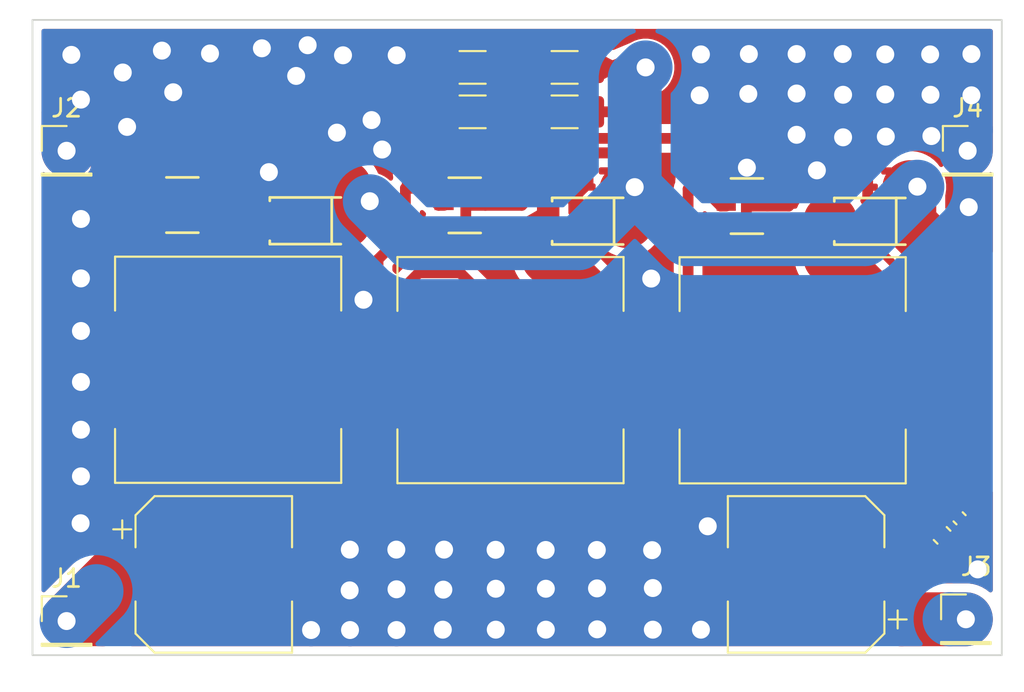
<source format=kicad_pcb>
(kicad_pcb (version 20241229) (generator "pcbnew") (generator_version "9.0")
  (layers (0 "F.Cu" signal) (2 "B.Cu" signal) (13 "F.Paste" user) (15 "B.Paste" user) (5 "F.SilkS" user "F.Silkscreen") (7 "B.SilkS" user "B.Silkscreen") (1 "F.Mask" user) (3 "B.Mask" user) (25 "Edge.Cuts" user))
  (net 0 "")
  (net 1 "VCC")
  (net 2 "GND")
  (net 3 "+5V")
  (net 4 "/SW.1")
  (net 5 "/SW.2")
  (net 6 "/SW.3")
  (net 7 "Net-(R1-Pad2)")
  (net 9 "/FB")
  (net 10 "Net-(R3-Pad2)")
  (footprint "Capacitor_SMD:C_0201_0603Metric_Pad0.64x0.40mm_HandSolder" (layer "F.Cu") (at 50.3625 21.52 180)
    (property "Reference" "C11" (hide yes))
    (property "Value" "0.1uF" (hide yes))
    (pad "1" smd roundrect (at -0.4075 0 180) (size 0.635 0.4) (layers "F.Cu" "F.Mask") (net 3 "+5V"))
    (pad "2" smd roundrect (at 0.4075 0 180) (size 0.635 0.4) (layers "F.Cu" "F.Mask") (net 2 "GND"))
  )
  (footprint "EasyEDA:SOT-23-6_L2.9-W1.6-P0.95-LS2.8-BL" (layer "F.Cu") (at 58.7 22.58 90)
    (property "Reference" "U3" (hide yes))
    (property "Value" "MT3608" (hide yes))
    (fp_line (start 1.54 0.89) (end 1.54 -0.89) (stroke (width 0.15)) (layer "F.SilkS"))
    (fp_line (start -1.54 0.89) (end -1.54 -0.89) (stroke (width 0.15)) (layer "F.SilkS"))
    (pad "1" smd rect (at -0.95 1.15 90) (size 0.53 1.07) (layers "F.Cu" "F.Mask" "F.Paste") (net 6 "/SW.3"))
    (pad "2" smd rect (at 0 1.15 90) (size 0.53 1.07) (layers "F.Cu" "F.Mask" "F.Paste") (net 2 "GND"))
    (pad "3" smd rect (at 0.95 1.15 90) (size 0.53 1.07) (layers "F.Cu" "F.Mask" "F.Paste") (net 9 "/FB"))
    (pad "4" smd rect (at 0.95 -1.15 90) (size 0.53 1.07) (layers "F.Cu" "F.Mask" "F.Paste") (net 1 "VCC"))
    (pad "5" smd rect (at 0 -1.15 90) (size 0.53 1.07) (layers "F.Cu" "F.Mask" "F.Paste") (net 1 "VCC"))
    (pad "6" smd rect (at -0.95 -1.15 90) (size 0.53 1.07) (layers "F.Cu" "F.Mask" "F.Paste"))
  )
  (footprint "Capacitor_SMD:C_0201_0603Metric_Pad0.64x0.40mm_HandSolder" (layer "F.Cu") (at 50.3625 20.62 180)
    (property "Reference" "C12" (hide yes))
    (property "Value" "22uF" (hide yes))
    (pad "1" smd roundrect (at -0.4075 0 180) (size 0.635 0.4) (layers "F.Cu" "F.Mask") (net 3 "+5V"))
    (pad "2" smd roundrect (at 0.4075 0 180) (size 0.635 0.4) (layers "F.Cu" "F.Mask") (net 2 "GND"))
  )
  (footprint "Capacitor_SMD:C_0201_0603Metric_Pad0.64x0.40mm_HandSolder" (layer "F.Cu") (at 34.6 21.5 180)
    (property "Reference" "C6" (hide yes))
    (property "Value" "0.1uF" (hide yes))
    (pad "1" smd roundrect (at -0.4075 0 180) (size 0.635 0.4) (layers "F.Cu" "F.Mask") (net 3 "+5V"))
    (pad "2" smd roundrect (at 0.4075 0 180) (size 0.635 0.4) (layers "F.Cu" "F.Mask") (net 2 "GND"))
  )
  (footprint "Inductor_SMD:L_12x12mm_H8mm" (layer "F.Cu") (at 29.8 31.7)
    (property "Reference" "L1" (hide yes))
    (property "Value" "22uH" (hide yes))
    (fp_line (start -6.3 -6.3) (end 6.3 -6.3) (stroke (width 0.12)) (layer "F.SilkS"))
    (fp_line (start -6.3 -3.3) (end -6.3 -6.3) (stroke (width 0.12)) (layer "F.SilkS"))
    (fp_line (start -6.3 6.3) (end -6.3 3.3) (stroke (width 0.12)) (layer "F.SilkS"))
    (fp_line (start 6.3 -6.3) (end 6.3 -3.3) (stroke (width 0.12)) (layer "F.SilkS"))
    (fp_line (start 6.3 3.3) (end 6.3 6.3) (stroke (width 0.12)) (layer "F.SilkS"))
    (fp_line (start 6.3 6.3) (end -6.3 6.3) (stroke (width 0.12)) (layer "F.SilkS"))
    (pad "1" smd rect (at -4.95 0) (size 2.9 5.4) (layers "F.Cu" "F.Mask" "F.Paste") (net 1 "VCC"))
    (pad "2" smd rect (at 4.95 0) (size 2.9 5.4) (layers "F.Cu" "F.Mask" "F.Paste") (net 4 "/SW.1"))
  )
  (footprint "Capacitor_SMD:C_0201_0603Metric_Pad0.64x0.40mm_HandSolder" (layer "F.Cu") (at 34.6 20.6 180)
    (property "Reference" "C8" (hide yes))
    (property "Value" "22uF" (hide yes))
    (pad "1" smd roundrect (at -0.4075 0 180) (size 0.635 0.4) (layers "F.Cu" "F.Mask") (net 3 "+5V"))
    (pad "2" smd roundrect (at 0.4075 0 180) (size 0.635 0.4) (layers "F.Cu" "F.Mask") (net 2 "GND"))
  )
  (footprint "Capacitor_SMD:C_0201_0603Metric_Pad0.64x0.40mm_HandSolder" (layer "F.Cu") (at 23.9475 20.9675 90)
    (property "Reference" "C2" (hide yes))
    (property "Value" "22uF" (hide yes))
    (pad "1" smd roundrect (at -0.4075 0 90) (size 0.635 0.4) (layers "F.Cu" "F.Mask") (net 1 "VCC"))
    (pad "2" smd roundrect (at 0.4075 0 90) (size 0.635 0.4) (layers "F.Cu" "F.Mask") (net 2 "GND"))
  )
  (footprint "Capacitor_SMD:C_0201_0603Metric_Pad0.64x0.40mm_HandSolder" (layer "F.Cu") (at 66.0925 20.625 180)
    (property "Reference" "C16" (hide yes))
    (property "Value" "22uF" (hide yes))
    (pad "1" smd roundrect (at -0.4075 0 180) (size 0.635 0.4) (layers "F.Cu" "F.Mask") (net 3 "+5V"))
    (pad "2" smd roundrect (at 0.4075 0 180) (size 0.635 0.4) (layers "F.Cu" "F.Mask") (net 2 "GND"))
  )
  (footprint "Resistor_SMD:R_1206_3216Metric_Pad1.30x1.75mm_HandSolder" (layer "F.Cu") (at 43.42 17.33)
    (property "Reference" "R3" (hide yes))
    (property "Value" "10K" (hide yes))
    (fp_line (start -0.727064 -0.91) (end 0.727064 -0.91) (stroke (width 0.12)) (layer "F.SilkS"))
    (fp_line (start -0.727064 0.91) (end 0.727064 0.91) (stroke (width 0.12)) (layer "F.SilkS"))
    (pad "1" smd roundrect (at -1.55 0) (size 1.3 1.75) (layers "F.Cu" "F.Mask" "F.Paste") (roundrect_rratio 0.192308) (net 9 "/FB"))
    (pad "2" smd roundrect (at 1.55 0) (size 1.3 1.75) (layers "F.Cu" "F.Mask" "F.Paste") (roundrect_rratio 0.192308) (net 10 "Net-(R3-Pad2)"))
  )
  (footprint "Capacitor_SMD:C_0201_0603Metric_Pad0.64x0.40mm_HandSolder" (layer "F.Cu") (at 40.5775 20.985 90)
    (property "Reference" "C10" (hide yes))
    (property "Value" "0.1uF" (hide yes))
    (pad "1" smd roundrect (at -0.4075 0 90) (size 0.635 0.4) (layers "F.Cu" "F.Mask") (net 1 "VCC"))
    (pad "2" smd roundrect (at 0.4075 0 90) (size 0.635 0.4) (layers "F.Cu" "F.Mask") (net 2 "GND"))
  )
  (footprint "Capacitor_SMD:C_0201_0603Metric_Pad0.64x0.40mm_HandSolder" (layer "F.Cu") (at 24.8475 20.9675 90)
    (property "Reference" "C1" (hide yes))
    (property "Value" "0.1uF" (hide yes))
    (pad "1" smd roundrect (at -0.4075 0 90) (size 0.635 0.4) (layers "F.Cu" "F.Mask") (net 1 "VCC"))
    (pad "2" smd roundrect (at 0.4075 0 90) (size 0.635 0.4) (layers "F.Cu" "F.Mask") (net 2 "GND"))
  )
  (footprint "Connector_PinHeader_2.54mm:PinHeader_1x01_P2.54mm_Vertical" (layer "F.Cu") (at 71 19.5)
    (property "Reference" "J4" (at 0 -2.38 0) (layer "F.SilkS"))
    (property "Value" "VOUT-")
    (fp_line (start -1.38 -1.38) (end 0 -1.38) (stroke (width 0.12)) (layer "F.SilkS"))
    (fp_line (start -1.38 0) (end -1.38 -1.38) (stroke (width 0.12)) (layer "F.SilkS"))
    (fp_line (start -1.38 1.27) (end -1.38 1.38) (stroke (width 0.12)) (layer "F.SilkS"))
    (fp_line (start -1.38 1.27) (end 1.38 1.27) (stroke (width 0.12)) (layer "F.SilkS"))
    (fp_line (start -1.38 1.38) (end 1.38 1.38) (stroke (width 0.12)) (layer "F.SilkS"))
    (fp_line (start 1.38 1.27) (end 1.38 1.38) (stroke (width 0.12)) (layer "F.SilkS"))
    (pad "1" thru_hole rect (at 0 0) (size 1.7 1.7) (drill 1) (layers "*.Cu" "*.Mask") (net 2 "GND"))
  )
  (footprint "Inductor_SMD:L_12x12mm_H8mm" (layer "F.Cu") (at 45.53 31.72)
    (property "Reference" "L2" (hide yes))
    (property "Value" "22uH" (hide yes))
    (fp_line (start -6.3 -6.3) (end 6.3 -6.3) (stroke (width 0.12)) (layer "F.SilkS"))
    (fp_line (start -6.3 -3.3) (end -6.3 -6.3) (stroke (width 0.12)) (layer "F.SilkS"))
    (fp_line (start -6.3 6.3) (end -6.3 3.3) (stroke (width 0.12)) (layer "F.SilkS"))
    (fp_line (start 6.3 -6.3) (end 6.3 -3.3) (stroke (width 0.12)) (layer "F.SilkS"))
    (fp_line (start 6.3 3.3) (end 6.3 6.3) (stroke (width 0.12)) (layer "F.SilkS"))
    (fp_line (start 6.3 6.3) (end -6.3 6.3) (stroke (width 0.12)) (layer "F.SilkS"))
    (pad "1" smd rect (at -4.95 0) (size 2.9 5.4) (layers "F.Cu" "F.Mask" "F.Paste") (net 1 "VCC"))
    (pad "2" smd rect (at 4.95 0) (size 2.9 5.4) (layers "F.Cu" "F.Mask" "F.Paste") (net 5 "/SW.2"))
  )
  (footprint "Connector_PinHeader_2.54mm:PinHeader_1x01_P2.54mm_Vertical" (layer "F.Cu") (at 70.9 45.6)
    (property "Reference" "J3" (at 0.575 -2.93 0) (layer "F.SilkS"))
    (property "Value" "VOUT+")
    (fp_line (start -1.38 -1.38) (end 0 -1.38) (stroke (width 0.12)) (layer "F.SilkS"))
    (fp_line (start -1.38 0) (end -1.38 -1.38) (stroke (width 0.12)) (layer "F.SilkS"))
    (fp_line (start -1.38 1.27) (end -1.38 1.38) (stroke (width 0.12)) (layer "F.SilkS"))
    (fp_line (start -1.38 1.27) (end 1.38 1.27) (stroke (width 0.12)) (layer "F.SilkS"))
    (fp_line (start -1.38 1.38) (end 1.38 1.38) (stroke (width 0.12)) (layer "F.SilkS"))
    (fp_line (start 1.38 1.27) (end 1.38 1.38) (stroke (width 0.12)) (layer "F.SilkS"))
    (pad "1" thru_hole rect (at 0 0) (size 1.7 1.7) (drill 1) (layers "*.Cu" "*.Mask") (net 3 "+5V"))
  )
  (footprint "Capacitor_SMD:C_0603_1608Metric_Pad1.08x0.95mm_HandSolder" (layer "F.Cu") (at 69.575 40.925 -45)
    (property "Reference" "C5" (hide yes))
    (property "Value" "10uF" (hide yes))
    (fp_line (start -0.146267 0.51) (end 0.146267 0.51) (stroke (width 0.12)) (layer "F.SilkS"))
    (fp_line (start -0.146267 -0.51) (end 0.146267 -0.51) (stroke (width 0.12)) (layer "F.SilkS"))
    (pad "1" smd roundrect (at -0.862501 0 315) (size 1.075 0.95) (layers "F.Cu" "F.Mask" "F.Paste") (net 3 "+5V"))
    (pad "2" smd roundrect (at 0.862501 0 315) (size 1.075 0.95) (layers "F.Cu" "F.Mask" "F.Paste") (net 2 "GND"))
  )
  (footprint "Resistor_SMD:R_1206_3216Metric_Pad1.30x1.75mm_HandSolder" (layer "F.Cu") (at 48.545 17.33)
    (property "Reference" "R4" (hide yes))
    (property "Value" "5.1K" (hide yes))
    (fp_line (start -0.727064 -0.91) (end 0.727064 -0.91) (stroke (width 0.12)) (layer "F.SilkS"))
    (fp_line (start -0.727064 0.91) (end 0.727064 0.91) (stroke (width 0.12)) (layer "F.SilkS"))
    (pad "1" smd roundrect (at -1.55 0) (size 1.3 1.75) (layers "F.Cu" "F.Mask" "F.Paste") (roundrect_rratio 0.192308) (net 10 "Net-(R3-Pad2)"))
    (pad "2" smd roundrect (at 1.55 0) (size 1.3 1.75) (layers "F.Cu" "F.Mask" "F.Paste") (roundrect_rratio 0.192308) (net 2 "GND"))
  )
  (footprint "Capacitor_SMD:CP_Elec_8x10.5" (layer "F.Cu") (at 62 43.1 180)
    (property "Reference" "C3" (hide yes))
    (property "Value" "100uF" (hide yes))
    (fp_line (start 4.36 4.36) (end 4.36 1.51) (stroke (width 0.12)) (layer "F.SilkS"))
    (fp_line (start 4.36 -4.36) (end 4.36 -1.51) (stroke (width 0.12)) (layer "F.SilkS"))
    (fp_line (start -3.295563 4.36) (end 4.36 4.36) (stroke (width 0.12)) (layer "F.SilkS"))
    (fp_line (start -3.295563 -4.36) (end 4.36 -4.36) (stroke (width 0.12)) (layer "F.SilkS"))
    (fp_line (start -4.36 3.295563) (end -3.295563 4.36) (stroke (width 0.12)) (layer "F.SilkS"))
    (fp_line (start -4.36 3.295563) (end -4.36 1.51) (stroke (width 0.12)) (layer "F.SilkS"))
    (fp_line (start -4.36 -3.295563) (end -3.295563 -4.36) (stroke (width 0.12)) (layer "F.SilkS"))
    (fp_line (start -4.36 -3.295563) (end -4.36 -1.51) (stroke (width 0.12)) (layer "F.SilkS"))
    (fp_line (start -5.1 -3.01) (end -5.1 -2.01) (stroke (width 0.12)) (layer "F.SilkS"))
    (fp_line (start -5.6 -2.51) (end -4.6 -2.51) (stroke (width 0.12)) (layer "F.SilkS"))
    (pad "1" smd roundrect (at -3.7 0 180) (size 4.4 2.5) (layers "F.Cu" "F.Mask" "F.Paste") (roundrect_rratio 0.1) (net 3 "+5V"))
    (pad "2" smd roundrect (at 3.7 0 180) (size 4.4 2.5) (layers "F.Cu" "F.Mask" "F.Paste") (roundrect_rratio 0.1) (net 2 "GND"))
  )
  (footprint "EasyEDA:SOT-23-6_L2.9-W1.6-P0.95-LS2.8-BL" (layer "F.Cu") (at 42.98 22.54 90)
    (property "Reference" "U2" (hide yes))
    (property "Value" "MT3608" (hide yes))
    (fp_line (start 1.54 0.89) (end 1.54 -0.89) (stroke (width 0.15)) (layer "F.SilkS"))
    (fp_line (start -1.54 0.89) (end -1.54 -0.89) (stroke (width 0.15)) (layer "F.SilkS"))
    (pad "1" smd rect (at -0.95 1.15 90) (size 0.53 1.07) (layers "F.Cu" "F.Mask" "F.Paste") (net 5 "/SW.2"))
    (pad "2" smd rect (at 0 1.15 90) (size 0.53 1.07) (layers "F.Cu" "F.Mask" "F.Paste") (net 2 "GND"))
    (pad "3" smd rect (at 0.95 1.15 90) (size 0.53 1.07) (layers "F.Cu" "F.Mask" "F.Paste") (net 9 "/FB"))
    (pad "4" smd rect (at 0.95 -1.15 90) (size 0.53 1.07) (layers "F.Cu" "F.Mask" "F.Paste") (net 1 "VCC"))
    (pad "5" smd rect (at 0 -1.15 90) (size 0.53 1.07) (layers "F.Cu" "F.Mask" "F.Paste") (net 1 "VCC"))
    (pad "6" smd rect (at -0.95 -1.15 90) (size 0.53 1.07) (layers "F.Cu" "F.Mask" "F.Paste"))
  )
  (footprint "Resistor_SMD:R_1206_3216Metric_Pad1.30x1.75mm_HandSolder" (layer "F.Cu") (at 43.42 14.855 180)
    (property "Reference" "R2" (hide yes))
    (property "Value" "47K" (hide yes))
    (fp_line (start -0.727064 0.91) (end 0.727064 0.91) (stroke (width 0.12)) (layer "F.SilkS"))
    (fp_line (start -0.727064 -0.91) (end 0.727064 -0.91) (stroke (width 0.12)) (layer "F.SilkS"))
    (pad "1" smd roundrect (at -1.55 0 180) (size 1.3 1.75) (layers "F.Cu" "F.Mask" "F.Paste") (roundrect_rratio 0.192308) (net 7 "Net-(R1-Pad2)"))
    (pad "2" smd roundrect (at 1.55 0 180) (size 1.3 1.75) (layers "F.Cu" "F.Mask" "F.Paste") (roundrect_rratio 0.192308) (net 9 "/FB"))
  )
  (footprint "Capacitor_SMD:CP_Elec_8x10.5" (layer "F.Cu") (at 29 43.1)
    (property "Reference" "C9" (hide yes))
    (property "Value" "100uF")
    (fp_line (start -5.6 -2.51) (end -4.6 -2.51) (stroke (width 0.12)) (layer "F.SilkS"))
    (fp_line (start -5.1 -3.01) (end -5.1 -2.01) (stroke (width 0.12)) (layer "F.SilkS"))
    (fp_line (start -4.36 -3.295563) (end -4.36 -1.51) (stroke (width 0.12)) (layer "F.SilkS"))
    (fp_line (start -4.36 -3.295563) (end -3.295563 -4.36) (stroke (width 0.12)) (layer "F.SilkS"))
    (fp_line (start -4.36 3.295563) (end -4.36 1.51) (stroke (width 0.12)) (layer "F.SilkS"))
    (fp_line (start -4.36 3.295563) (end -3.295563 4.36) (stroke (width 0.12)) (layer "F.SilkS"))
    (fp_line (start -3.295563 -4.36) (end 4.36 -4.36) (stroke (width 0.12)) (layer "F.SilkS"))
    (fp_line (start -3.295563 4.36) (end 4.36 4.36) (stroke (width 0.12)) (layer "F.SilkS"))
    (fp_line (start 4.36 -4.36) (end 4.36 -1.51) (stroke (width 0.12)) (layer "F.SilkS"))
    (fp_line (start 4.36 4.36) (end 4.36 1.51) (stroke (width 0.12)) (layer "F.SilkS"))
    (pad "1" smd roundrect (at -3.7 0) (size 4.4 2.5) (layers "F.Cu" "F.Mask" "F.Paste") (roundrect_rratio 0.1) (net 1 "VCC"))
    (pad "2" smd roundrect (at 3.7 0) (size 4.4 2.5) (layers "F.Cu" "F.Mask" "F.Paste") (roundrect_rratio 0.1) (net 2 "GND"))
  )
  (footprint "Capacitor_SMD:C_0201_0603Metric_Pad0.64x0.40mm_HandSolder" (layer "F.Cu") (at 56.3 21.025 90)
    (property "Reference" "C14" (hide yes))
    (property "Value" "0.1uF" (hide yes))
    (pad "1" smd roundrect (at -0.4075 0 90) (size 0.635 0.4) (layers "F.Cu" "F.Mask") (net 1 "VCC"))
    (pad "2" smd roundrect (at 0.4075 0 90) (size 0.635 0.4) (layers "F.Cu" "F.Mask") (net 2 "GND"))
  )
  (footprint "Inductor_SMD:L_12x12mm_H8mm" (layer "F.Cu") (at 61.25 31.73)
    (property "Reference" "L3" (hide yes))
    (property "Value" "22uH" (hide yes))
    (fp_line (start -6.3 -6.3) (end 6.3 -6.3) (stroke (width 0.12)) (layer "F.SilkS"))
    (fp_line (start -6.3 -3.3) (end -6.3 -6.3) (stroke (width 0.12)) (layer "F.SilkS"))
    (fp_line (start -6.3 6.3) (end -6.3 3.3) (stroke (width 0.12)) (layer "F.SilkS"))
    (fp_line (start 6.3 -6.3) (end 6.3 -3.3) (stroke (width 0.12)) (layer "F.SilkS"))
    (fp_line (start 6.3 3.3) (end 6.3 6.3) (stroke (width 0.12)) (layer "F.SilkS"))
    (fp_line (start 6.3 6.3) (end -6.3 6.3) (stroke (width 0.12)) (layer "F.SilkS"))
    (pad "1" smd rect (at -4.95 0) (size 2.9 5.4) (layers "F.Cu" "F.Mask" "F.Paste") (net 1 "VCC"))
    (pad "2" smd rect (at 4.95 0) (size 2.9 5.4) (layers "F.Cu" "F.Mask" "F.Paste") (net 6 "/SW.3"))
  )
  (footprint "Connector_PinHeader_2.54mm:PinHeader_1x01_P2.54mm_Vertical" (layer "F.Cu") (at 20.8 19.5)
    (property "Reference" "J2" (at 0 -2.38 0) (layer "F.SilkS"))
    (property "Value" "VIN-")
    (fp_line (start -1.38 -1.38) (end 0 -1.38) (stroke (width 0.12)) (layer "F.SilkS"))
    (fp_line (start -1.38 0) (end -1.38 -1.38) (stroke (width 0.12)) (layer "F.SilkS"))
    (fp_line (start -1.38 1.27) (end -1.38 1.38) (stroke (width 0.12)) (layer "F.SilkS"))
    (fp_line (start -1.38 1.27) (end 1.38 1.27) (stroke (width 0.12)) (layer "F.SilkS"))
    (fp_line (start -1.38 1.38) (end 1.38 1.38) (stroke (width 0.12)) (layer "F.SilkS"))
    (fp_line (start 1.38 1.27) (end 1.38 1.38) (stroke (width 0.12)) (layer "F.SilkS"))
    (pad "1" thru_hole rect (at 0 0) (size 1.7 1.7) (drill 1) (layers "*.Cu" "*.Mask") (net 2 "GND"))
  )
  (footprint "EasyEDA:SOD-128_L3.7-W2.5-LS4.7-RD" (layer "F.Cu") (at 49.83 23.42 180)
    (property "Reference" "D2" (hide yes))
    (property "Value" "PMEG3030EP,115" (hide yes))
    (fp_line (start 1.98 1.3) (end 1.98 1.11) (stroke (width 0.15)) (layer "F.SilkS"))
    (fp_line (start 1.98 -1.3) (end 1.98 -1.11) (stroke (width 0.15)) (layer "F.SilkS"))
    (fp_line (start -1.47 -1.3) (end -1.47 1.3) (stroke (width 0.15)) (layer "F.SilkS"))
    (fp_line (start -1.98 1.3) (end 1.98 1.3) (stroke (width 0.15)) (layer "F.SilkS"))
    (fp_line (start -1.98 -1.3) (end 1.98 -1.3) (stroke (width 0.15)) (layer "F.SilkS"))
    (pad "1" smd rect (at -2.2 0) (size 1.25 1.7) (layers "F.Cu" "F.Mask" "F.Paste") (net 3 "+5V"))
    (pad "2" smd rect (at 2.2 0) (size 1.25 1.7) (layers "F.Cu" "F.Mask" "F.Paste") (net 5 "/SW.2"))
  )
  (footprint "Capacitor_SMD:C_0402_1005Metric_Pad0.74x0.62mm_HandSolder" (layer "F.Cu") (at 70.55 39.975 -45)
    (property "Reference" "C4" (hide yes))
    (property "Value" "1uF" (hide yes))
    (fp_line (start -0.115835 0.36) (end 0.115835 0.36) (stroke (width 0.12)) (layer "F.SilkS"))
    (fp_line (start -0.115835 -0.36) (end 0.115835 -0.36) (stroke (width 0.12)) (layer "F.SilkS"))
    (pad "1" smd roundrect (at -0.5675 0 315) (size 0.735 0.62) (layers "F.Cu" "F.Mask" "F.Paste") (net 3 "+5V"))
    (pad "2" smd roundrect (at 0.5675 0 315) (size 0.735 0.62) (layers "F.Cu" "F.Mask" "F.Paste") (net 2 "GND"))
  )
  (footprint "Capacitor_SMD:C_0201_0603Metric_Pad0.64x0.40mm_HandSolder" (layer "F.Cu") (at 39.6775 20.985 90)
    (property "Reference" "C7" (hide yes))
    (property "Value" "22uF" (hide yes))
    (pad "1" smd roundrect (at -0.4075 0 90) (size 0.635 0.4) (layers "F.Cu" "F.Mask") (net 1 "VCC"))
    (pad "2" smd roundrect (at 0.4075 0 90) (size 0.635 0.4) (layers "F.Cu" "F.Mask") (net 2 "GND"))
  )
  (footprint "Connector_PinHeader_2.54mm:PinHeader_1x01_P2.54mm_Vertical" (layer "F.Cu") (at 20.8 45.7)
    (property "Reference" "J1" (at 0 -2.38 0) (layer "F.SilkS"))
    (property "Value" "VIN+")
    (fp_line (start -1.38 -1.38) (end 0 -1.38) (stroke (width 0.12)) (layer "F.SilkS"))
    (fp_line (start -1.38 0) (end -1.38 -1.38) (stroke (width 0.12)) (layer "F.SilkS"))
    (fp_line (start -1.38 1.27) (end -1.38 1.38) (stroke (width 0.12)) (layer "F.SilkS"))
    (fp_line (start -1.38 1.27) (end 1.38 1.27) (stroke (width 0.12)) (layer "F.SilkS"))
    (fp_line (start -1.38 1.38) (end 1.38 1.38) (stroke (width 0.12)) (layer "F.SilkS"))
    (fp_line (start 1.38 1.27) (end 1.38 1.38) (stroke (width 0.12)) (layer "F.SilkS"))
    (pad "1" thru_hole rect (at 0 0) (size 1.7 1.7) (drill 1) (layers "*.Cu" "*.Mask") (net 1 "VCC"))
  )
  (footprint "EasyEDA:SOT-23-6_L2.9-W1.6-P0.95-LS2.8-BL" (layer "F.Cu") (at 27.25 22.5225 90)
    (property "Reference" "U1" (hide yes))
    (property "Value" "MT3608" (hide yes))
    (fp_line (start 1.54 0.89) (end 1.54 -0.89) (stroke (width 0.15)) (layer "F.SilkS"))
    (fp_line (start -1.54 0.89) (end -1.54 -0.89) (stroke (width 0.15)) (layer "F.SilkS"))
    (pad "1" smd rect (at -0.95 1.15 90) (size 0.53 1.07) (layers "F.Cu" "F.Mask" "F.Paste") (net 4 "/SW.1") (clearance 0.2))
    (pad "2" smd rect (at 0 1.15 90) (size 0.53 1.07) (layers "F.Cu" "F.Mask" "F.Paste") (net 2 "GND") (clearance 0.2))
    (pad "3" smd rect (at 0.95 1.15 90) (size 0.53 1.07) (layers "F.Cu" "F.Mask" "F.Paste") (net 9 "/FB"))
    (pad "4" smd rect (at 0.95 -1.15 90) (size 0.53 1.07) (layers "F.Cu" "F.Mask" "F.Paste") (net 1 "VCC"))
    (pad "5" smd rect (at 0 -1.15 90) (size 0.53 1.07) (layers "F.Cu" "F.Mask" "F.Paste") (net 1 "VCC"))
    (pad "6" smd rect (at -0.95 -1.15 90) (size 0.53 1.07) (layers "F.Cu" "F.Mask" "F.Paste"))
  )
  (footprint "Capacitor_SMD:C_0201_0603Metric_Pad0.64x0.40mm_HandSolder" (layer "F.Cu") (at 66.0875 21.53 180)
    (property "Reference" "C15" (hide yes))
    (property "Value" "0.1uF" (hide yes))
    (pad "1" smd roundrect (at -0.4075 0 180) (size 0.635 0.4) (layers "F.Cu" "F.Mask") (net 3 "+5V"))
    (pad "2" smd roundrect (at 0.4075 0 180) (size 0.635 0.4) (layers "F.Cu" "F.Mask") (net 2 "GND"))
  )
  (footprint "EasyEDA:SOD-128_L3.7-W2.5-LS4.7-RD" (layer "F.Cu") (at 65.55 23.43 180)
    (property "Reference" "D3" (hide yes))
    (property "Value" "PMEG3030EP,115" (hide yes))
    (fp_line (start 1.98 1.3) (end 1.98 1.11) (stroke (width 0.15)) (layer "F.SilkS"))
    (fp_line (start 1.98 -1.3) (end 1.98 -1.11) (stroke (width 0.15)) (layer "F.SilkS"))
    (fp_line (start -1.47 -1.3) (end -1.47 1.3) (stroke (width 0.15)) (layer "F.SilkS"))
    (fp_line (start -1.98 1.3) (end 1.98 1.3) (stroke (width 0.15)) (layer "F.SilkS"))
    (fp_line (start -1.98 -1.3) (end 1.98 -1.3) (stroke (width 0.15)) (layer "F.SilkS"))
    (pad "1" smd rect (at -2.2 0) (size 1.25 1.7) (layers "F.Cu" "F.Mask" "F.Paste") (net 3 "+5V"))
    (pad "2" smd rect (at 2.2 0) (size 1.25 1.7) (layers "F.Cu" "F.Mask" "F.Paste") (net 6 "/SW.3"))
  )
  (footprint "EasyEDA:SOD-128_L3.7-W2.5-LS4.7-RD" (layer "F.Cu") (at 34.1 23.4 180)
    (property "Reference" "D1" (hide yes))
    (property "Value" "PMEG3030EP,115" (hide yes))
    (fp_line (start 1.98 1.3) (end 1.98 1.11) (stroke (width 0.15)) (layer "F.SilkS"))
    (fp_line (start 1.98 -1.3) (end 1.98 -1.11) (stroke (width 0.15)) (layer "F.SilkS"))
    (fp_line (start -1.47 -1.3) (end -1.47 1.3) (stroke (width 0.15)) (layer "F.SilkS"))
    (fp_line (start -1.98 1.3) (end 1.98 1.3) (stroke (width 0.15)) (layer "F.SilkS"))
    (fp_line (start -1.98 -1.3) (end 1.98 -1.3) (stroke (width 0.15)) (layer "F.SilkS"))
    (pad "1" smd rect (at -2.2 0) (size 1.25 1.7) (layers "F.Cu" "F.Mask" "F.Paste") (net 3 "+5V"))
    (pad "2" smd rect (at 2.2 0) (size 1.25 1.7) (layers "F.Cu" "F.Mask" "F.Paste") (net 4 "/SW.1"))
  )
  (footprint "Resistor_SMD:R_1206_3216Metric_Pad1.30x1.75mm_HandSolder" (layer "F.Cu") (at 48.545 14.855 180)
    (property "Reference" "R1" (hide yes))
    (property "Value" "62K" (hide yes))
    (fp_line (start -0.727064 0.91) (end 0.727064 0.91) (stroke (width 0.12)) (layer "F.SilkS"))
    (fp_line (start -0.727064 -0.91) (end 0.727064 -0.91) (stroke (width 0.12)) (layer "F.SilkS"))
    (pad "1" smd roundrect (at -1.55 0 180) (size 1.3 1.75) (layers "F.Cu" "F.Mask" "F.Paste") (roundrect_rratio 0.192308) (net 3 "+5V"))
    (pad "2" smd roundrect (at 1.55 0 180) (size 1.3 1.75) (layers "F.Cu" "F.Mask" "F.Paste") (roundrect_rratio 0.192308) (net 7 "Net-(R1-Pad2)"))
  )
  (footprint "Capacitor_SMD:C_0201_0603Metric_Pad0.64x0.40mm_HandSolder" (layer "F.Cu") (at 55.41 21.025 90)
    (property "Reference" "C13" (hide yes))
    (property "Value" "22uF" (hide yes))
    (pad "1" smd roundrect (at -0.4075 0 90) (size 0.635 0.4) (layers "F.Cu" "F.Mask") (net 1 "VCC"))
    (pad "2" smd roundrect (at 0.4075 0 90) (size 0.635 0.4) (layers "F.Cu" "F.Mask") (net 2 "GND"))
  )
  (gr_rect (start 18.9 12.21) (end 72.9 47.6) (stroke (width 0.1)) (fill no) (layer "Edge.Cuts"))
  (segment (start 55.425 27.165) (end 53.425 29.165) (width 0.6) (layer "F.Cu") (net 1))
  (segment (start 45.275 32.7) (end 45.275 31.55) (width 0.6) (layer "F.Cu") (net 1))
  (segment (start 23.95 25.35) (end 23.95 21.5725) (width 0.6) (layer "F.Cu") (net 1))
  (segment (start 53.425 29.165) (end 53.425 35.075) (width 0.6) (layer "F.Cu") (net 1))
  (segment (start 41.525 22.54) (end 40.575 21.59) (width 0.6) (layer "F.Cu") (net 1))
  (segment (start 31.55 35.825) (end 29.55 33.825) (width 0.6) (layer "F.Cu") (net 1))
  (segment (start 26.1 21.5725) (end 24.85 21.5725) (width 0.6) (layer "F.Cu") (net 1))
  (segment (start 57.55 21.63) (end 56.3 21.63) (width 0.6) (layer "F.Cu") (net 1))
  (segment (start 24.85 41.65) (end 20.901 45.599) (width 3) (layer "F.Cu") (net 1))
  (segment (start 40.58 36.92) (end 38.9 38.6) (width 3) (layer "F.Cu") (net 1))
  (segment (start 53.425 35.075) (end 52.675 35.825) (width 0.6) (layer "F.Cu") (net 1))
  (segment (start 40.585 27.54) (end 40.85 27.275) (width 0.6) (layer "F.Cu") (net 1))
  (segment (start 38.825 27.2) (end 38.15 26.525) (width 0.6) (layer "F.Cu") (net 1))
  (segment (start 39.675 24.025) (end 39.675 21.59) (width 0.6) (layer "F.Cu") (net 1))
  (segment (start 37.75 34.575) (end 36.5 35.825) (width 0.6) (layer "F.Cu") (net 1))
  (segment (start 25.125 26.525) (end 23.95 25.35) (width 0.6) (layer "F.Cu") (net 1))
  (segment (start 25.8 22.5225) (end 24.85 21.5725) (width 0.6) (layer "F.Cu") (net 1))
  (segment (start 45.275 31.55) (end 46.2 30.625) (width 0.6) (layer "F.Cu") (net 1))
  (segment (start 40.575 28.2) (end 39.25 28.2) (width 0.6) (layer "F.Cu") (net 1))
  (segment (start 39.25 28.2) (end 37.75 29.7) (width 0.6) (layer "F.Cu") (net 1))
  (segment (start 40.58 28.205) (end 40.575 28.2) (width 0.6) (layer "F.Cu") (net 1))
  (segment (start 56.3 36.8) (end 54.5 38.6) (width 3) (layer "F.Cu") (net 1))
  (segment (start 40.58 31.72) (end 40.58 36.92) (width 3) (layer "F.Cu") (net 1))
  (segment (start 40.425 26.3) (end 39.525 27.2) (width 0.6) (layer "F.Cu") (net 1))
  (segment (start 56.3 31.73) (end 56.3 36.8) (width 3) (layer "F.Cu") (net 1))
  (segment (start 46.2 29.775) (end 42.725 26.3) (width 0.6) (layer "F.Cu") (net 1))
  (segment (start 23.95 21.5725) (end 24.85 21.5725) (width 0.6) (layer "F.Cu") (net 1))
  (segment (start 46.15 34.275) (end 46.15 33.575) (width 0.6) (layer "F.Cu") (net 1))
  (segment (start 40.585 28.2) (end 40.585 27.54) (width 0.6) (layer "F.Cu") (net 1))
  (segment (start 40.58 31.755) (end 40.58 31.72) (width 0.6) (layer "F.Cu") (net 1))
  (segment (start 27.1 26.525) (end 25.125 26.525) (width 0.6) (layer "F.Cu") (net 1))
  (segment (start 37.75 29.7) (end 37.75 34.575) (width 0.6) (layer "F.Cu") (net 1))
  (segment (start 41.83 21.59) (end 40.575 21.59) (width 0.6) (layer "F.Cu") (net 1))
  (segment (start 42.325 27.275) (end 44.35 29.3) (width 0.6) (layer "F.Cu") (net 1))
  (segment (start 40.58 31.745) (end 40.58 31.72) (width 0.6) (layer "F.Cu") (net 1))
  (segment (start 46.2 30.625) (end 46.2 29.775) (width 0.6) (layer "F.Cu") (net 1))
  (segment (start 44.35 34.325) (end 44.875 34.85) (width 0.6) (layer "F.Cu") (net 1))
  (segment (start 38.15 26.525) (end 38.15 25.55) (width 0.6) (layer "F.Cu") (net 1))
  (segment (start 41.83 22.54) (end 41.525 22.54) (width 0.6) (layer "F.Cu") (net 1))
  (segment (start 40.85 27.275) (end 42.325 27.275) (width 0.6) (layer "F.Cu") (net 1))
  (segment (start 41.9 28.2) (end 40.585 28.2) (width 0.6) (layer "F.Cu") (net 1))
  (segment (start 44.875 34.85) (end 45.575 34.85) (width 0.6) (layer "F.Cu") (net 1))
  (segment (start 26.1 22.5225) (end 25.8 22.5225) (width 0.6) (layer "F.Cu") (net 1))
  (segment (start 39.525 27.2) (end 38.825 27.2) (width 0.6) (layer "F.Cu") (net 1))
  (segment (start 46.15 33.575) (end 45.275 32.7) (width 0.6) (layer "F.Cu") (net 1))
  (segment (start 54.5 38.6) (end 38.9 38.6) (width 3) (layer "F.Cu") (net 1))
  (segment (start 22.801 45.599) (end 20.901 45.599) (width 3) (layer "F.Cu") (net 1))
  (segment (start 38.15 25.55) (end 39.675 24.025) (width 0.6) (layer "F.Cu") (net 1))
  (segment (start 43.4 29.7) (end 41.9 28.2) (width 0.6) (layer "F.Cu") (net 1))
  (segment (start 38.9 38.6) (end 27.9 38.6) (width 3) (layer "F.Cu") (net 1))
  (segment (start 55.425 21.63) (end 55.425 27.165) (width 0.6) (layer "F.Cu") (net 1))
  (segment (start 57.55 22.58) (end 57.25 22.58) (width 0.6) (layer "F.Cu") (net 1))
  (segment (start 45.575 34.85) (end 46.15 34.275) (width 0.6) (layer "F.Cu") (net 1))
  (segment (start 52.675 35.825) (end 44.35 35.825) (width 0.6) (layer "F.Cu") (net 1))
  (segment (start 27.9 38.6) (end 20.901 45.599) (width 3) (layer "F.Cu") (net 1))
  (segment (start 40.585 28.2) (end 40.58 28.205) (width 0.6) (layer "F.Cu") (net 1))
  (segment (start 56.3 21.63) (end 55.425 21.63) (width 0.6) (layer "F.Cu") (net 1))
  (segment (start 43.4 34.875) (end 43.4 29.7) (width 0.6) (layer "F.Cu") (net 1))
  (segment (start 42.725 26.3) (end 40.425 26.3) (width 0.6) (layer "F.Cu") (net 1))
  (segment (start 24.85 31.7) (end 24.85 41.65) (width 3) (layer "F.Cu") (net 1))
  (segment (start 44.35 35.825) (end 43.4 34.875) (width 0.6) (layer "F.Cu") (net 1))
  (segment (start 29.55 28.975) (end 27.1 26.525) (width 0.6) (layer "F.Cu") (net 1))
  (segment (start 39.675 21.59) (end 40.575 21.59) (width 0.6) (layer "F.Cu") (net 1))
  (segment (start 36.5 35.825) (end 31.55 35.825) (width 0.6) (layer "F.Cu") (net 1))
  (segment (start 44.35 29.3) (end 44.35 34.325) (width 0.6) (layer "F.Cu") (net 1))
  (segment (start 29.55 33.825) (end 29.55 28.975) (width 0.6) (layer "F.Cu") (net 1))
  (segment (start 57.25 22.58) (end 56.3 21.63) (width 0.6) (layer "F.Cu") (net 1))
  (segment (start 40.58 31.72) (end 40.58 28.205) (width 0.6) (layer "F.Cu") (net 1))
  (segment (start 25.3 43.1) (end 22.801 45.599) (width 3) (layer "F.Cu") (net 1))
  (segment (start 20.8 45.7) (end 22.47 44.03) (width 3) (layer "B.Cu") (net 1))
  (segment (start 36.28 43.1) (end 36.58 42.8) (width 0.6) (layer "F.Cu") (net 2))
  (segment (start 58.38 20.12) (end 53.749 20.12) (width 0.6) (layer "F.Cu") (net 2))
  (segment (start 66.44 18.71) (end 65.43 19.72) (width 0.6) (layer "F.Cu") (net 2))
  (segment (start 22.93 20.36) (end 22.07 19.5) (width 0.6) (layer "F.Cu") (net 2))
  (segment (start 32.7 43.1) (end 32.7 45.54) (width 0.6) (layer "F.Cu") (net 2))
  (segment (start 26.4 19.91) (end 25.82 19.91) (width 0.6) (layer "F.Cu") (net 2))
  (segment (start 46.86 21.84) (end 48.7 21.84) (width 0.6) (layer "F.Cu") (net 2))
  (segment (start 35.36 18.49) (end 34.01 19.84) (width 0.6) (layer "F.Cu") (net 2))
  (segment (start 29.8675 22.5225) (end 28.4 22.5225) (width 0.6) (layer "F.Cu") (net 2))
  (segment (start 27.22 22.5225) (end 27.22 24.56) (width 0.6) (layer "F.Cu") (net 2))
  (segment (start 28.4 22.5225) (end 27.22 22.5225) (width 0.6) (layer "F.Cu") (net 2))
  (segment (start 38.38 19.43) (end 38.53 19.58) (width 0.6) (layer "F.Cu") (net 2))
  (segment (start 42.452 20.41) (end 43.04 20.998) (width 0.6) (layer "F.Cu") (net 2))
  (segment (start 65.43 19.73) (end 65.43 22.39) (width 0.6) (layer "F.Cu") (net 2))
  (segment (start 33.36 46.2) (end 34.42 46.2) (width 0.6) (layer "F.Cu") (net 2))
  (segment (start 49.851 20.091) (end 49.85 20.09) (width 0.6) (layer "F.Cu") (net 2))
  (segment (start 21.6 16.65) (end 20.901 17.349) (width 3) (layer "F.Cu") (net 2))
  (segment (start 58.3 43.1) (end 54.77 43.1) (width 0.6) (layer "F.Cu") (net 2))
  (segment (start 44.13 22.54) (end 43.28 22.54) (width 0.6) (layer "F.Cu") (net 2))
  (segment (start 43.04 24.42) (end 44.16 25.54) (width 0.6) (layer "F.Cu") (net 2))
  (segment (start 58.998 22.58) (end 58.7 22.282) (width 0.6) (layer "F.Cu") (net 2))
  (segment (start 27.22 24.56) (end 27.29 24.63) (width 0.6) (layer "F.Cu") (net 2))
  (segment (start 32.7 43.1) (end 36.28 43.1) (width 0.6) (layer "F.Cu") (net 2))
  (segment (start 50.095 17.33) (end 55.15 17.33) (width 0.6) (layer "F.Cu") (net 2))
  (segment (start 36.58 42.8) (end 36.58 41.72) (width 0.6) (layer "F.Cu") (net 2))
  (segment (start 58.3 45.37) (end 57.49 46.18) (width 0.6) (layer "F.Cu") (net 2))
  (segment (start 43.04 20.998) (end 43.04 22.3) (width 0.6) (layer "F.Cu") (net 2))
  (segment (start 68.93 16.38) (end 70.899 18.349) (width 3) (layer "F.Cu") (net 2))
  (segment (start 43.04 22.3) (end 43.04 24.42) (width 0.6) (layer "F.Cu") (net 2))
  (segment (start 46.16 22.54) (end 44.13 22.54) (width 0.6) (layer "F.Cu") (net 2))
  (segment (start 46.86 21.84) (end 46.16 22.54) (width 0.6) (layer "F.Cu") (net 2))
  (segment (start 59.85 22.58) (end 61.03 22.58) (width 0.6) (layer "F.Cu") (net 2))
  (segment (start 48.7 21.84) (end 49.33 21.84) (width 0.6) (layer "F.Cu") (net 2))
  (segment (start 70.899 18.349) (end 70.899 19.5) (width 3) (layer "F.Cu") (net 2))
  (segment (start 57.61 40.42) (end 56.52 40.42) (width 0.6) (layer "F.Cu") (net 2))
  (segment (start 38.53 20.05) (end 38.89 20.41) (width 0.6) (layer "F.Cu") (net 2))
  (segment (start 49.851 21.319) (end 49.851 20.091) (width 0.6) (layer "F.Cu") (net 2))
  (segment (start 58.3 43.1) (end 58.3 45.37) (width 0.6) (layer "F.Cu") (net 2))
  (segment (start 55.15 17.33) (end 56.07 16.41) (width 0.6) (layer "F.Cu") (net 2))
  (segment (start 57.49 46.18) (end 56.14 46.18) (width 0.6) (layer "F.Cu") (net 2))
  (segment (start 38.89 20.41) (end 42.452 20.41) (width 0.6) (layer "F.Cu") (net 2))
  (segment (start 58.3 43.1) (end 58.3 41.11) (width 0.6) (layer "F.Cu") (net 2))
  (segment (start 27.22 22.5225) (end 27.22 20.73) (width 0.6) (layer "F.Cu") (net 2))
  (segment (start 32.7 45.54) (end 33.36 46.2) (width 0.6) (layer "F.Cu") (net 2))
  (segment (start 53.24 19.611) (end 50.331 19.611) (width 0.6) (layer "F.Cu") (net 2))
  (segment (start 32.07 20.69) (end 31.7 20.69) (width 0.6) (layer "F.Cu") (net 2))
  (segment (start 58.7 20.44) (end 58.7 22.282) (width 0.6) (layer "F.Cu") (net 2))
  (segment (start 65.43 19.72) (end 65.43 19.73) (width 0.6) (layer "F.Cu") (net 2))
  (segment (start 62.6 21.01) (end 62.6 20.59) (width 0.6) (layer "F.Cu") (net 2))
  (segment (start 61.03 22.58) (end 62.6 21.01) (width 0.6) (layer "F.Cu") (net 2))
  (segment (start 35.86 18.49) (end 35.36 18.49) (width 0.6) (layer "F.Cu") (net 2))
  (segment (start 58.67 22.312) (end 58.67 24.72) (width 0.6) (layer "F.Cu") (net 2))
  (segment (start 58.7 22.282) (end 58.67 22.312) (width 0.6) (layer "F.Cu") (net 2))
  (segment (start 49.61 21.56) (end 49.851 21.319) (width 0.6) (layer "F.Cu") (net 2))
  (segment (start 53.749 20.12) (end 53.24 19.611) (width 0.6) (layer "F.Cu") (net 2))
  (segment (start 25.37 20.36) (end 22.93 20.36) (width 0.6) (layer "F.Cu") (net 2))
  (segment (start 50.331 19.611) (end 49.851 20.091) (width 0.6) (layer "F.Cu") (net 2))
  (segment (start 49.33 21.84) (end 49.61 21.56) (width 0.6) (layer "F.Cu") (net 2))
  (segment (start 58.3 41.11) (end 57.61 40.42) (width 0.6) (layer "F.Cu") (net 2))
  (segment (start 27.22 20.73) (end 26.4 19.91) (width 0.6) (layer "F.Cu") (net 2))
  (segment (start 34.01 19.84) (end 34.01 21.85) (width 0.6) (layer "F.Cu") (net 2))
  (segment (start 25.82 19.91) (end 25.37 20.36) (width 0.6) (layer "F.Cu") (net 2))
  (segment (start 54.77 43.1) (end 53.42 41.75) (width 0.6) (layer "F.Cu") (net 2))
  (segment (start 22.07 19.5) (end 20.8 19.5) (width 0.6) (layer "F.Cu") (net 2))
  (segment (start 43.28 22.54) (end 43.04 22.3) (width 0.6) (layer "F.Cu") (net 2))
  (segment (start 31.7 20.69) (end 29.8675 22.5225) (width 0.6) (layer "F.Cu") (net 2))
  (segment (start 20.901 17.349) (end 20.901 19.5) (width 3) (layer "F.Cu") (net 2))
  (segment (start 59.85 22.58) (end 58.998 22.58) (width 0.6) (layer "F.Cu") (net 2))
  (segment (start 38.53 19.58) (end 38.53 20.05) (width 0.6) (layer "F.Cu") (net 2))
  (via (at 21.58 40.25) (size 1.8) (drill 1) (layers "F.Cu" "B.Cu") (net 2))
  (via (at 39.19 14.18) (size 1.8) (drill 1) (layers "F.Cu" "B.Cu") (net 2))
  (via (at 58.7 20.44) (size 1.1) (drill 1) (layers "F.Cu" "B.Cu") (net 2))
  (via (at 21.065753 14.157512) (size 1.8) (drill 1) (layers "F.Cu" "B.Cu") (net 2))
  (via (at 56.14 46.18) (size 1.8) (drill 1) (layers "F.Cu" "B.Cu") (net 2))
  (via (at 38.38 19.43) (size 1.1) (drill 1) (layers "F.Cu" "B.Cu") (net 2))
  (via (at 66.41 16.36) (size 1.8) (drill 1) (layers "F.Cu" "B.Cu") (net 2))
  (via (at 71.21 16.41) (size 1.8) (drill 1) (layers "F.Cu" "B.Cu") (net 2))
  (via (at 47.5 46.18) (size 1.8) (drill 1) (layers "F.Cu" "B.Cu") (net 2))
  (via (at 68.93 16.38) (size 1.8) (drill 1) (layers "F.Cu" "B.Cu") (net 2))
  (via (at 68.91 14.13) (size 1.8) (drill 1) (layers "F.Cu" "B.Cu") (net 2))
  (via (at 47.5 43.9) (size 1.8) (drill 1) (layers "F.Cu" "B.Cu") (net 2))
  (via (at 44.7 41.73) (size 1.8) (drill 1) (layers "F.Cu" "B.Cu") (net 2))
  (via (at 39.18 43.93) (size 1.8) (drill 1) (layers "F.Cu" "B.Cu") (net 2))
  (via (at 50.36 46.16) (size 1.8) (drill 1) (layers "F.Cu" "B.Cu") (net 2))
  (via (at 41.83 41.72) (size 1.8) (drill 1) (layers "F.Cu" "B.Cu") (net 2))
  (via (at 47.49 41.74) (size 1.8) (drill 1) (layers "F.Cu" "B.Cu") (net 2))
  (via (at 71.06 22.64) (size 1.1) (drill 1) (layers "F.Cu" "B.Cu") (net 2))
  (via (at 23.93 15.14) (size 1.8) (drill 1) (layers "F.Cu" "B.Cu") (net 2))
  (via (at 64.04 14.11) (size 1.8) (drill 1) (layers "F.Cu" "B.Cu") (net 2))
  (via (at 37.79 17.79) (size 1.1) (drill 1) (layers "F.Cu" "B.Cu") (net 2))
  (via (at 50.35 43.88) (size 1.8) (drill 1) (layers "F.Cu" "B.Cu") (net 2))
  (via (at 21.6 29.54) (size 1.8) (drill 1) (layers "F.Cu" "B.Cu") (net 2))
  (via (at 28.79 14.08) (size 1.8) (drill 1) (layers "F.Cu" "B.Cu") (net 2))
  (via (at 66.44 18.71) (size 1.8) (drill 1) (layers "F.Cu" "B.Cu") (net 2))
  (via (at 21.6 26.61) (size 1.8) (drill 1) (layers "F.Cu" "B.Cu") (net 2))
  (via (at 21.6 37.64) (size 1.8) (drill 1) (layers "F.Cu" "B.Cu") (net 2))
  (via (at 68.98 18.68) (size 1.8) (drill 1) (layers "F.Cu" "B.Cu") (net 2))
  (via (at 36.59 46.2) (size 1.8) (drill 1) (layers "F.Cu" "B.Cu") (net 2))
  (via (at 34.23 13.62) (size 1.8) (drill 1) (layers "F.Cu" "B.Cu") (net 2))
  (via (at 36.58 41.72) (size 1.8) (drill 1) (layers "F.Cu" "B.Cu") (net 2))
  (via (at 24.17 18.17) (size 1.8) (drill 1) (layers "F.Cu" "B.Cu") (net 2))
  (via (at 21.6 16.65) (size 1.8) (drill 1) (layers "F.Cu" "B.Cu") (net 2))
  (via (at 58.78 16.33) (size 1.8) (drill 1) (layers "F.Cu" "B.Cu") (net 2))
  (via (at 66.41 14.13) (size 1.8) (drill 1) (layers "F.Cu" "B.Cu") (net 2))
  (via (at 41.79 43.95) (size 1.8) (drill 1) (layers "F.Cu" "B.Cu") (net 2))
  (via (at 41.76 46.18) (size 1.8) (drill 1) (layers "F.Cu" "B.Cu") (net 2))
  (via (at 26.11 13.92) (size 1.8) (drill 1) (layers "F.Cu" "B.Cu") (net 2))
  (via (at 58.81 14.11) (size 1.8) (drill 1) (layers "F.Cu" "B.Cu") (net 2))
  (via (at 53.46 46.18) (size 1.8) (drill 1) (layers "F.Cu" "B.Cu") (net 2))
  (via (at 71.56 42.82) (size 1.1) (drill 1) (layers "F.Cu" "B.Cu") (net 2))
  (via (at 39.17 41.72) (size 1.8) (drill 1) (layers "F.Cu" "B.Cu") (net 2))
  (via (at 44.71 43.9) (size 1.8) (drill 1) (layers "F.Cu" "B.Cu") (net 2))
  (via (at 21.6 32.38) (size 1.8) (drill 1) (layers "F.Cu" "B.Cu") (net 2))
  (via (at 56.14 14.13) (size 1.8) (drill 1) (layers "F.Cu" "B.Cu") (net 2))
  (via (at 21.6 23.3) (size 1.8) (drill 1) (layers "F.Cu" "B.Cu") (net 2))
  (via (at 62.6 20.59) (size 1.1) (drill 1) (layers "F.Cu" "B.Cu") (net 2))
  (via (at 64.06 16.38) (size 1.8) (drill 1) (layers "F.Cu" "B.Cu") (net 2))
  (via (at 50.34 41.74) (size 1.8) (drill 1) (layers "F.Cu" "B.Cu") (net 2))
  (via (at 36.57 43.99) (size 1.8) (drill 1) (layers "F.Cu" "B.Cu") (net 2))
  (via (at 53.37 26.62) (size 1.1) (drill 1) (layers "F.Cu" "B.Cu") (net 2))
  (via (at 53.46 43.86) (size 1.8) (drill 1) (layers "F.Cu" "B.Cu") (net 2))
  (via (at 37.34 27.8) (size 1.1) (drill 1) (layers "F.Cu" "B.Cu") (net 2))
  (via (at 21.6 35.04) (size 1.8) (drill 1) (layers "F.Cu" "B.Cu") (net 2))
  (via (at 71.21 14.11) (size 1.8) (drill 1) (layers "F.Cu" "B.Cu") (net 2))
  (via (at 56.52 40.42) (size 1.1) (drill 1) (layers "F.Cu" "B.Cu") (net 2))
  (via (at 39.18 46.2) (size 1.8) (drill 1) (layers "F.Cu" "B.Cu") (net 2))
  (via (at 35.86 18.49) (size 1.1) (drill 1) (layers "F.Cu" "B.Cu") (net 2))
  (via (at 33.59 15.33) (size 1.8) (drill 1) (layers "F.Cu" "B.Cu") (net 2))
  (via (at 36.2 14.18) (size 1.8) (drill 1) (layers "F.Cu" "B.Cu") (net 2))
  (via (at 61.47 18.61) (size 1.8) (drill 1) (layers "F.Cu" "B.Cu") (net 2))
  (via (at 44.71 46.18) (size 1.8) (drill 1) (layers "F.Cu" "B.Cu") (net 2))
  (via (at 64.06 18.75) (size 1.8) (drill 1) (layers "F.Cu" "B.Cu") (net 2))
  (via (at 32.07 20.69) (size 1.1) (drill 1) (layers "F.Cu" "B.Cu") (net 2))
  (via (at 26.74 16.24) (size 1.8) (drill 1) (layers "F.Cu" "B.Cu") (net 2))
  (via (at 31.68 13.79) (size 1.8) (drill 1) (layers "F.Cu" "B.Cu") (net 2))
  (via (at 61.47 16.31) (size 1.8) (drill 1) (layers "F.Cu" "B.Cu") (net 2))
  (via (at 53.42 41.75) (size 1.8) (drill 1) (layers "F.Cu" "B.Cu") (net 2))
  (via (at 34.42 46.2) (size 1.8) (drill 1) (layers "F.Cu" "B.Cu") (net 2))
  (via (at 56.07 16.41) (size 1.8) (drill 1) (layers "F.Cu" "B.Cu") (net 2))
  (via (at 61.47 14.11) (size 1.8) (drill 1) (layers "F.Cu" "B.Cu") (net 2))
  (segment (start 68.93 16.38) (end 70.899 18.349) (width 3) (layer "B.Cu") (net 2))
  (segment (start 20.901 17.349) (end 20.901 19.5) (width 3) (layer "B.Cu") (net 2))
  (segment (start 21.6 16.65) (end 20.901 17.349) (width 3) (layer "B.Cu") (net 2))
  (segment (start 70.899 18.349) (end 70.899 19.5) (width 3) (layer "B.Cu") (net 2))
  (segment (start 65.7 42.15) (end 65.7 43.1) (width 3) (layer "F.Cu") (net 3))
  (segment (start 65.7 43.1) (end 65.7 44) (width 3) (layer "F.Cu") (net 3))
  (segment (start 70.525 37.325) (end 65.7 42.15) (width 3) (layer "F.Cu") (net 3))
  (segment (start 36.275 21.55) (end 36.275 23.425) (width 3) (layer "F.Cu") (net 3))
  (segment (start 52.03 23.42) (end 51.9735 23.3635) (width 3) (layer "F.Cu") (net 3))
  (segment (start 36.3 21.525) (end 36.275 21.55) (width 3) (layer "F.Cu") (net 3))
  (segment (start 70.525 26.325) (end 70.525 37.325) (width 3) (layer "F.Cu") (net 3))
  (segment (start 67.75 23.55) (end 70.525 26.325) (width 3) (layer "F.Cu") (net 3))
  (segment (start 67.75 21.575) (end 67.8 21.525) (width 3) (layer "F.Cu") (net 3))
  (segment (start 67.75 23.43) (end 67.75 21.575) (width 3) (layer "F.Cu") (net 3))
  (segment (start 36.275 23.425) (end 36.3 23.4) (width 3) (layer "F.Cu") (net 3))
  (segment (start 51.9735 23.3635) (end 51.9735 21.71) (width 3) (layer "F.Cu") (net 3))
  (segment (start 67.3 45.6) (end 70.9 45.6) (width 3) (layer "F.Cu") (net 3))
  (segment (start 50.095 14.855) (end 53.0575 14.855) (width 0.6) (layer "F.Cu") (net 3))
  (segment (start 67.75 23.43) (end 67.75 23.55) (width 3) (layer "F.Cu") (net 3))
  (segment (start 65.7 44) (end 67.3 45.6) (width 3) (layer "F.Cu") (net 3))
  (via (at 52.45 21.525) (size 2.2) (drill 1) (layers "F.Cu" "B.Cu") (net 3))
  (via (at 53.0575 14.855) (size 2.2) (drill 1) (layers "F.Cu" "B.Cu") (net 3))
  (via (at 68.2 21.5) (size 2.2) (drill 1) (layers "F.Cu" "B.Cu") (net 3))
  (via (at 37.69 22.31) (size 2.2) (drill 1) (layers "F.Cu" "B.Cu") (net 3))
  (segment (start 70.9 45.6) (end 70 45.6) (width 3) (layer "B.Cu") (net 3))
  (segment (start 52.45 15.4625) (end 53.0575 14.855) (width 3) (layer "B.Cu") (net 3))
  (segment (start 65.275 24.425) (end 68.2 21.5) (width 3) (layer "B.Cu") (net 3))
  (segment (start 55.35 24.425) (end 65.275 24.425) (width 3) (layer "B.Cu") (net 3))
  (segment (start 49.325 24.65) (end 52.45 21.525) (width 3) (layer "B.Cu") (net 3))
  (segment (start 40.03 24.65) (end 37.69 22.31) (width 3) (layer "B.Cu") (net 3))
  (segment (start 40.03 24.65) (end 49.325 24.65) (width 3) (layer "B.Cu") (net 3))
  (segment (start 52.45 21.525) (end 52.45 15.4625) (width 3) (layer "B.Cu") (net 3))
  (segment (start 52.45 21.525) (end 55.35 24.425) (width 3) (layer "B.Cu") (net 3))
  (segment (start 70 45.6) (end 69.99 45.59) (width 3) (layer "B.Cu") (net 3))
  (segment (start 31.95 23.45) (end 31.9 23.4) (width 0.6) (layer "F.Cu") (net 4))
  (segment (start 34.75 31.7) (end 34.75 28.225) (width 3) (layer "F.Cu") (net 4))
  (segment (start 34.75 28.225) (end 31.9 25.375) (width 3) (layer "F.Cu") (net 4))
  (segment (start 28.4 23.4725) (end 31.8275 23.4725) (width 0.6) (layer "F.Cu") (net 4))
  (segment (start 31.85 23.35) (end 31.95 23.45) (width 0.6) (layer "F.Cu") (net 4))
  (segment (start 31.9 25.375) (end 31.9 23.4) (width 3) (layer "F.Cu") (net 4))
  (segment (start 31.8275 23.4725) (end 31.9 23.4) (width 0.6) (layer "F.Cu") (net 4))
  (segment (start 50.48 31.72) (end 50.48 28.28) (width 3) (layer "F.Cu") (net 5))
  (segment (start 44.13 23.49) (end 47.56 23.49) (width 0.6) (layer "F.Cu") (net 5))
  (segment (start 50.48 28.28) (end 47.63 25.43) (width 3) (layer "F.Cu") (net 5))
  (segment (start 47.56 23.49) (end 47.63 23.42) (width 0.6) (layer "F.Cu") (net 5))
  (segment (start 47.63 25.43) (end 47.63 24.68) (width 3) (layer "F.Cu") (net 5))
  (segment (start 59.85 23.53) (end 63.25 23.53) (width 0.6) (layer "F.Cu") (net 6))
  (segment (start 63.25 23.53) (end 63.35 23.43) (width 0.6) (layer "F.Cu") (net 6))
  (segment (start 63.35 25.4375) (end 63.35 23.43) (width 3) (layer "F.Cu") (net 6))
  (segment (start 66.2 31.73) (end 66.2 28.2875) (width 3) (layer "F.Cu") (net 6))
  (segment (start 66.2 28.2875) (end 63.35 25.4375) (width 3) (layer "F.Cu") (net 6))
  (segment (start 44.97 14.855) (end 46.995 14.855) (width 0.6) (layer "F.Cu") (net 7))
  (segment (start 45.05 20.33) (end 45.95 20.33) (width 0.6) (layer "F.Cu") (net 9))
  (segment (start 41.14 18.81) (end 40.51 18.18) (width 0.6) (layer "F.Cu") (net 9))
  (segment (start 40.51 16.68) (end 41.085 16.105) (width 0.6) (layer "F.Cu") (net 9))
  (segment (start 47.64 20.7) (end 47.64 19.85) (width 0.6) (layer "F.Cu") (net 9))
  (segment (start 46.19 21.33) (end 45.93 21.59) (width 0.6) (layer "F.Cu") (net 9))
  (segment (start 31.92 17.14) (end 31.08 17.98) (width 0.6) (layer "F.Cu") (net 9))
  (segment (start 47.32 19.53) (end 44.02 19.53) (width 0.6) (layer "F.Cu") (net 9))
  (segment (start 41.845 16.08) (end 41.87 16.105) (width 0.6) (layer "F.Cu") (net 9))
  (segment (start 31.08 17.98) (end 31.08 18.62) (width 0.6) (layer "F.Cu") (net 9))
  (segment (start 60.8 21.29) (end 60.8 20.02) (width 0.6) (layer "F.Cu") (net 9))
  (segment (start 29.42 17.82) (end 29.92 17.32) (width 0.6) (layer "F.Cu") (net 9))
  (segment (start 44.02 19.53) (end 43.74 19.81) (width 0.6) (layer "F.Cu") (net 9))
  (segment (start 47.64 19.85) (end 47.32 19.53) (width 0.6) (layer "F.Cu") (net 9))
  (segment (start 28.6 19.64) (end 28.09 19.13) (width 0.6) (layer "F.Cu") (net 9))
  (segment (start 41.87 16.105) (end 41.87 17.33) (width 0.6) (layer "F.Cu") (net 9))
  (segment (start 59.85 21.63) (end 60.46 21.63) (width 0.6) (layer "F.Cu") (net 9))
  (segment (start 48.75 20.99) (end 47.93 20.99) (width 0.6) (layer "F.Cu") (net 9))
  (segment (start 31.68 19.22) (end 32.56 19.22) (width 0.6) (layer "F.Cu") (net 9))
  (segment (start 28.09 19.13) (end 28.09 18.38) (width 0.6) (layer "F.Cu") (net 9))
  (segment (start 41.87 14.855) (end 41.87 16.105) (width 0.6) (layer "F.Cu") (net 9))
  (segment (start 41.085 16.105) (end 41.87 16.105) (width 0.6) (layer "F.Cu") (net 9))
  (segment (start 41.14 18.81) (end 48.54 18.81) (width 0.6) (layer "F.Cu") (net 9))
  (segment (start 29.4275 21.5725) (end 29.99 21.01) (width 0.6) (layer "F.Cu") (net 9))
  (segment (start 60.46 21.63) (end 60.8 21.29) (width 0.6) (layer "F.Cu") (net 9))
  (segment (start 45.93 21.59) (end 44.13 21.59) (width 0.6) (layer "F.Cu") (net 9))
  (segment (start 59.59 18.81) (end 41.14 18.81) (width 0.6) (layer "F.Cu") (net 9))
  (segment (start 46.19 20.57) (end 46.19 21.33) (width 0.6) (layer "F.Cu") (net 9))
  (segment (start 29.42 19.64) (end 28.6 19.64) (width 0.6) (layer "F.Cu") (net 9))
  (segment (start 31.08 18.62) (end 31.68 19.22) (width 0.6) (layer "F.Cu") (net 9))
  (segment (start 44.66 20.72) (end 45.05 20.33) (width 0.6) (layer "F.Cu") (net 9))
  (segment (start 44.04 20.72) (end 44.66 20.72) (width 0.6) (layer "F.Cu") (net 9))
  (segment (start 49.05 20.69) (end 48.75 20.99) (width 0.6) (layer "F.Cu") (net 9))
  (segment (start 48.54 18.81) (end 49.05 19.32) (width 0.6) (layer "F.Cu") (net 9))
  (segment (start 60.8 20.02) (end 59.59 18.81) (width 0.6) (layer "F.Cu") (net 9))
  (segment (start 30.5 15.72) (end 31.33 15.72) (width 0.6) (layer "F.Cu") (net 9))
  (segment (start 32.56 19.22) (end 35.7 16.08) (width 0.6) (layer "F.Cu") (net 9))
  (segment (start 49.05 19.32) (end 49.05 20.69) (width 0.6) (layer "F.Cu") (net 9))
  (segment (start 28.65 17.82) (end 29.42 17.82) (width 0.6) (layer "F.Cu") (net 9))
  (segment (start 29.99 21.01) (end 29.99 20.21) (width 0.6) (layer "F.Cu") (net 9))
  (segment (start 43.74 20.42) (end 44.04 20.72) (width 0.6) (layer "F.Cu") (net 9))
  (segment (start 29.92 17.32) (end 29.92 16.3) (width 0.6) (layer "F.Cu") (net 9))
  (segment (start 35.7 16.08) (end 41.845 16.08) (width 0.6) (layer "F.Cu") (net 9))
  (segment (start 45.95 20.33) (end 46.19 20.57) (width 0.6) (layer "F.Cu") (net 9))
  (segment (start 40.51 18.18) (end 40.51 16.68) (width 0.6) (layer "F.Cu") (net 9))
  (segment (start 28.09 18.38) (end 28.65 17.82) (width 0.6) (layer "F.Cu") (net 9))
  (segment (start 47.93 20.99) (end 47.64 20.7) (width 0.6) (layer "F.Cu") (net 9))
  (segment (start 28.4 21.5725) (end 29.4275 21.5725) (width 0.6) (layer "F.Cu") (net 9))
  (segment (start 31.33 15.72) (end 31.92 16.31) (width 0.6) (layer "F.Cu") (net 9))
  (segment (start 29.99 20.21) (end 29.42 19.64) (width 0.6) (layer "F.Cu") (net 9))
  (segment (start 43.74 19.81) (end 43.74 20.42) (width 0.6) (layer "F.Cu") (net 9))
  (segment (start 29.92 16.3) (end 30.5 15.72) (width 0.6) (layer "F.Cu") (net 9))
  (segment (start 31.92 16.31) (end 31.92 17.14) (width 0.6) (layer "F.Cu") (net 9))
  (segment (start 44.97 17.33) (end 46.995 17.33) (width 0.6) (layer "F.Cu") (net 10))
  (zone (net 2) (net_name "GND") (layers "F.Cu" "B.Cu") (connect_pads (clearance 0.5)) (min_thickness 0.25) (fill yes (thermal_gap 0.5) (thermal_bridge_width 0.5))
    (polygon (pts (xy 74.02 48.99) (xy 74.15 11.1) (xy 17.09 11.43) (xy 17.75 49.68) (xy 73.99 49.07)))
  )
)
</source>
